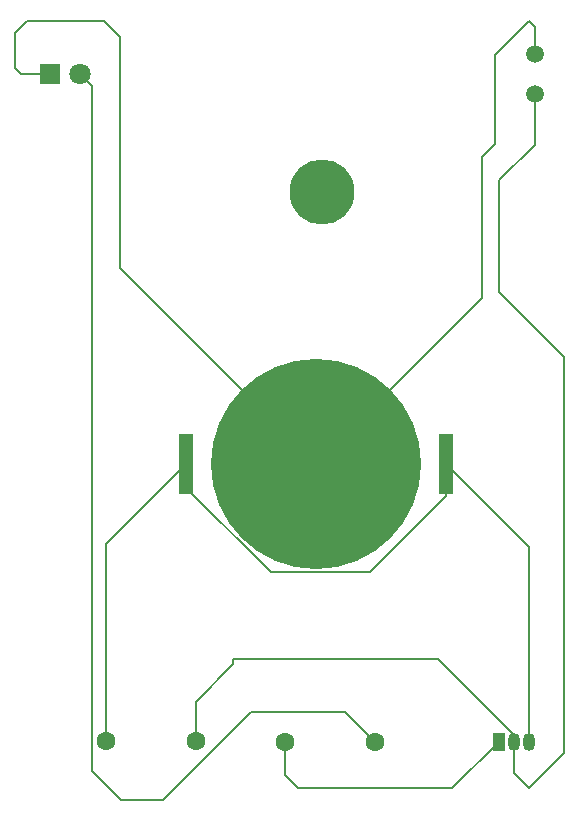
<source format=gbr>
%TF.GenerationSoftware,KiCad,Pcbnew,9.0.2*%
%TF.CreationDate,2025-05-24T18:19:02-05:00*%
%TF.ProjectId,Hack Club PCB,4861636b-2043-46c7-9562-205043422e6b,rev?*%
%TF.SameCoordinates,Original*%
%TF.FileFunction,Copper,L1,Top*%
%TF.FilePolarity,Positive*%
%FSLAX46Y46*%
G04 Gerber Fmt 4.6, Leading zero omitted, Abs format (unit mm)*
G04 Created by KiCad (PCBNEW 9.0.2) date 2025-05-24 18:19:02*
%MOMM*%
%LPD*%
G01*
G04 APERTURE LIST*
%TA.AperFunction,ComponentPad*%
%ADD10C,1.500000*%
%TD*%
%TA.AperFunction,ComponentPad*%
%ADD11C,1.600000*%
%TD*%
%TA.AperFunction,ComponentPad*%
%ADD12R,1.800000X1.800000*%
%TD*%
%TA.AperFunction,ComponentPad*%
%ADD13C,1.800000*%
%TD*%
%TA.AperFunction,SMDPad,CuDef*%
%ADD14R,1.270000X5.080000*%
%TD*%
%TA.AperFunction,SMDPad,CuDef*%
%ADD15C,17.800000*%
%TD*%
%TA.AperFunction,ComponentPad*%
%ADD16R,1.050000X1.500000*%
%TD*%
%TA.AperFunction,ComponentPad*%
%ADD17O,1.050000X1.500000*%
%TD*%
%TA.AperFunction,ViaPad*%
%ADD18C,5.500000*%
%TD*%
%TA.AperFunction,Conductor*%
%ADD19C,0.200000*%
%TD*%
G04 APERTURE END LIST*
D10*
%TO.P,R3,1*%
%TO.N,Net-(Q1-B)*%
X148000000Y-51700000D03*
%TO.P,R3,2*%
%TO.N,Net-(BT1--)*%
X148000000Y-48300000D03*
%TD*%
D11*
%TO.P,R2,1*%
%TO.N,Net-(Q1-E)*%
X126880000Y-106541925D03*
%TO.P,R2,2*%
%TO.N,Net-(D1-A)*%
X134500000Y-106541925D03*
%TD*%
%TO.P,R1,1*%
%TO.N,Net-(BT1-+)*%
X111690000Y-106500000D03*
%TO.P,R1,2*%
%TO.N,Net-(Q1-B)*%
X119310000Y-106500000D03*
%TD*%
D12*
%TO.P,D1,1,K*%
%TO.N,Net-(BT1--)*%
X106960000Y-50000000D03*
D13*
%TO.P,D1,2,A*%
%TO.N,Net-(D1-A)*%
X109500000Y-50000000D03*
%TD*%
D14*
%TO.P,BT1,1,+*%
%TO.N,Net-(BT1-+)*%
X118515000Y-83000000D03*
X140485000Y-83000000D03*
D15*
%TO.P,BT1,2,-*%
%TO.N,Net-(BT1--)*%
X129500000Y-83000000D03*
%TD*%
D16*
%TO.P,Q1,1,E*%
%TO.N,Net-(Q1-E)*%
X144960000Y-106541925D03*
D17*
%TO.P,Q1,2,B*%
%TO.N,Net-(Q1-B)*%
X146230000Y-106541925D03*
%TO.P,Q1,3,C*%
%TO.N,Net-(BT1-+)*%
X147500000Y-106541925D03*
%TD*%
D18*
%TO.N,*%
X130000000Y-60000000D03*
%TD*%
D19*
%TO.N,Net-(BT1--)*%
X143500000Y-69000000D02*
X129500000Y-83000000D01*
X111500000Y-45500000D02*
X112899000Y-46899000D01*
X106960000Y-50000000D02*
X104500000Y-50000000D01*
X112899000Y-66399000D02*
X129500000Y-83000000D01*
X148000000Y-48300000D02*
X148000000Y-46000000D01*
X104000000Y-46500000D02*
X105000000Y-45500000D01*
X144601000Y-55899000D02*
X143500000Y-57000000D01*
X148000000Y-46000000D02*
X147500000Y-45500000D01*
X144601000Y-48399000D02*
X144601000Y-55899000D01*
X112899000Y-46899000D02*
X112899000Y-66399000D01*
X147500000Y-45500000D02*
X144601000Y-48399000D01*
X104000000Y-49500000D02*
X104000000Y-46500000D01*
X105000000Y-45500000D02*
X111500000Y-45500000D01*
X143500000Y-57000000D02*
X143500000Y-69000000D01*
X104500000Y-50000000D02*
X104000000Y-49500000D01*
%TO.N,Net-(BT1-+)*%
X125688821Y-92201000D02*
X134024000Y-92201000D01*
X118515000Y-83000000D02*
X118515000Y-85027179D01*
X134024000Y-92201000D02*
X140485000Y-85740000D01*
X147500000Y-106541925D02*
X147500000Y-90015000D01*
X111690000Y-106500000D02*
X111690000Y-89825000D01*
X118515000Y-85027179D02*
X125688821Y-92201000D01*
X147500000Y-90015000D02*
X140485000Y-83000000D01*
X111690000Y-89825000D02*
X118515000Y-83000000D01*
X140485000Y-85740000D02*
X140485000Y-83000000D01*
%TO.N,Net-(D1-A)*%
X124000000Y-104000000D02*
X116500000Y-111500000D01*
X134500000Y-106541925D02*
X131958075Y-104000000D01*
X116500000Y-111500000D02*
X113000000Y-111500000D01*
X110500000Y-109000000D02*
X110500000Y-51000000D01*
X131958075Y-104000000D02*
X124000000Y-104000000D01*
X110500000Y-51000000D02*
X109500000Y-50000000D01*
X113000000Y-111500000D02*
X110500000Y-109000000D01*
%TO.N,Net-(Q1-B)*%
X150500000Y-74000000D02*
X145000000Y-68500000D01*
X146230000Y-106541925D02*
X146230000Y-105934925D01*
X146230000Y-105934925D02*
X139795075Y-99500000D01*
X122500000Y-99500000D02*
X122500000Y-100000000D01*
X119310000Y-103190000D02*
X119310000Y-106500000D01*
X145000000Y-68500000D02*
X145000000Y-59000000D01*
X147500000Y-110500000D02*
X146230000Y-109230000D01*
X139795075Y-99500000D02*
X122500000Y-99500000D01*
X145000000Y-59000000D02*
X148000000Y-56000000D01*
X122500000Y-100000000D02*
X119310000Y-103190000D01*
X150500000Y-107500000D02*
X150500000Y-74000000D01*
X146230000Y-109230000D02*
X146230000Y-106541925D01*
X150500000Y-107500000D02*
X147500000Y-110500000D01*
X148000000Y-56000000D02*
X148000000Y-51700000D01*
%TO.N,Net-(Q1-E)*%
X128000000Y-110500000D02*
X141001925Y-110500000D01*
X126880000Y-109380000D02*
X128000000Y-110500000D01*
X126880000Y-106541925D02*
X126880000Y-109380000D01*
X141001925Y-110500000D02*
X144960000Y-106541925D01*
%TD*%
M02*

</source>
